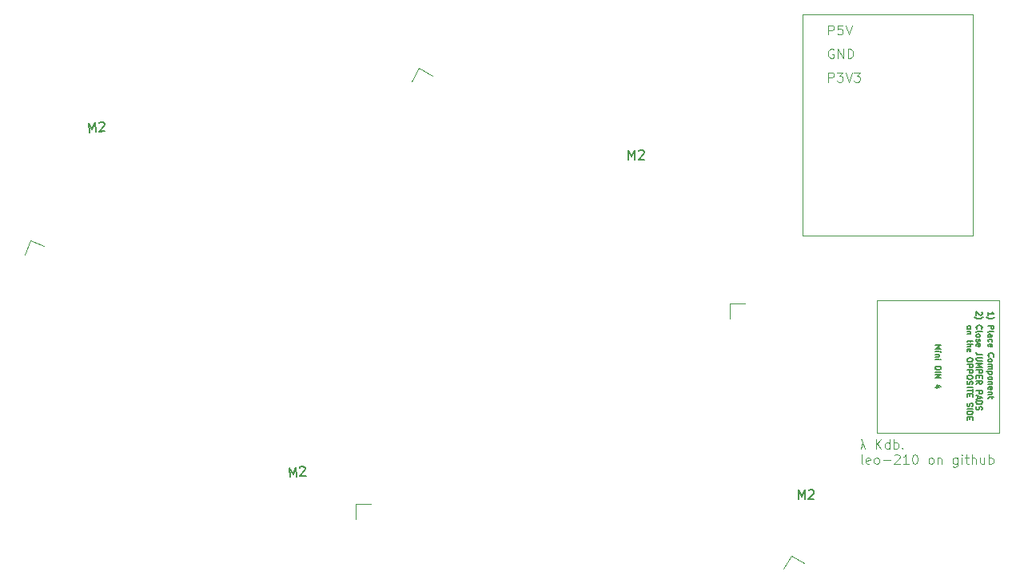
<source format=gbr>
%TF.GenerationSoftware,KiCad,Pcbnew,9.0.3*%
%TF.CreationDate,2025-07-20T18:48:36+02:00*%
%TF.ProjectId,kdb-v1,6b64622d-7631-42e6-9b69-6361645f7063,v1.0.0*%
%TF.SameCoordinates,Original*%
%TF.FileFunction,Legend,Top*%
%TF.FilePolarity,Positive*%
%FSLAX46Y46*%
G04 Gerber Fmt 4.6, Leading zero omitted, Abs format (unit mm)*
G04 Created by KiCad (PCBNEW 9.0.3) date 2025-07-20 18:48:36*
%MOMM*%
%LPD*%
G01*
G04 APERTURE LIST*
%ADD10C,0.150000*%
%ADD11C,0.125000*%
%ADD12C,0.120000*%
%ADD13C,0.100000*%
G04 APERTURE END LIST*
D10*
X107533836Y-58236510D02*
X107446681Y-57240316D01*
X107446681Y-57240316D02*
X107841000Y-57922831D01*
X107841000Y-57922831D02*
X108110810Y-57182212D01*
X108110810Y-57182212D02*
X108197966Y-58178407D01*
X108546051Y-57239735D02*
X108589339Y-57188147D01*
X108589339Y-57188147D02*
X108680064Y-57132409D01*
X108680064Y-57132409D02*
X108917254Y-57111657D01*
X108917254Y-57111657D02*
X109016280Y-57150795D01*
X109016280Y-57150795D02*
X109067868Y-57194082D01*
X109067868Y-57194082D02*
X109123606Y-57284808D01*
X109123606Y-57284808D02*
X109131907Y-57379683D01*
X109131907Y-57379683D02*
X109096920Y-57526147D01*
X109096920Y-57526147D02*
X108577469Y-58145204D01*
X108577469Y-58145204D02*
X109194161Y-58091251D01*
X164638341Y-61097229D02*
X164638341Y-60097229D01*
X164638341Y-60097229D02*
X164971674Y-60811514D01*
X164971674Y-60811514D02*
X165305007Y-60097229D01*
X165305007Y-60097229D02*
X165305007Y-61097229D01*
X165733579Y-60192467D02*
X165781198Y-60144848D01*
X165781198Y-60144848D02*
X165876436Y-60097229D01*
X165876436Y-60097229D02*
X166114531Y-60097229D01*
X166114531Y-60097229D02*
X166209769Y-60144848D01*
X166209769Y-60144848D02*
X166257388Y-60192467D01*
X166257388Y-60192467D02*
X166305007Y-60287705D01*
X166305007Y-60287705D02*
X166305007Y-60382943D01*
X166305007Y-60382943D02*
X166257388Y-60525800D01*
X166257388Y-60525800D02*
X165685960Y-61097229D01*
X165685960Y-61097229D02*
X166305007Y-61097229D01*
D11*
X185820331Y-47871119D02*
X185820331Y-46871119D01*
X185820331Y-46871119D02*
X186201283Y-46871119D01*
X186201283Y-46871119D02*
X186296521Y-46918738D01*
X186296521Y-46918738D02*
X186344140Y-46966357D01*
X186344140Y-46966357D02*
X186391759Y-47061595D01*
X186391759Y-47061595D02*
X186391759Y-47204452D01*
X186391759Y-47204452D02*
X186344140Y-47299690D01*
X186344140Y-47299690D02*
X186296521Y-47347309D01*
X186296521Y-47347309D02*
X186201283Y-47394928D01*
X186201283Y-47394928D02*
X185820331Y-47394928D01*
X187296521Y-46871119D02*
X186820331Y-46871119D01*
X186820331Y-46871119D02*
X186772712Y-47347309D01*
X186772712Y-47347309D02*
X186820331Y-47299690D01*
X186820331Y-47299690D02*
X186915569Y-47252071D01*
X186915569Y-47252071D02*
X187153664Y-47252071D01*
X187153664Y-47252071D02*
X187248902Y-47299690D01*
X187248902Y-47299690D02*
X187296521Y-47347309D01*
X187296521Y-47347309D02*
X187344140Y-47442547D01*
X187344140Y-47442547D02*
X187344140Y-47680642D01*
X187344140Y-47680642D02*
X187296521Y-47775880D01*
X187296521Y-47775880D02*
X187248902Y-47823500D01*
X187248902Y-47823500D02*
X187153664Y-47871119D01*
X187153664Y-47871119D02*
X186915569Y-47871119D01*
X186915569Y-47871119D02*
X186820331Y-47823500D01*
X186820331Y-47823500D02*
X186772712Y-47775880D01*
X187629855Y-46871119D02*
X187963188Y-47871119D01*
X187963188Y-47871119D02*
X188296521Y-46871119D01*
X189463188Y-91094508D02*
X189225093Y-91761175D01*
X189225093Y-90761175D02*
X189320331Y-90761175D01*
X189320331Y-90761175D02*
X189367950Y-90808794D01*
X189367950Y-90808794D02*
X189463188Y-91094508D01*
X189463188Y-91094508D02*
X189701283Y-91761175D01*
X190844141Y-91761175D02*
X190844141Y-90761175D01*
X191415569Y-91761175D02*
X190986998Y-91189746D01*
X191415569Y-90761175D02*
X190844141Y-91332603D01*
X192272712Y-91761175D02*
X192272712Y-90761175D01*
X192272712Y-91713556D02*
X192177474Y-91761175D01*
X192177474Y-91761175D02*
X191986998Y-91761175D01*
X191986998Y-91761175D02*
X191891760Y-91713556D01*
X191891760Y-91713556D02*
X191844141Y-91665936D01*
X191844141Y-91665936D02*
X191796522Y-91570698D01*
X191796522Y-91570698D02*
X191796522Y-91284984D01*
X191796522Y-91284984D02*
X191844141Y-91189746D01*
X191844141Y-91189746D02*
X191891760Y-91142127D01*
X191891760Y-91142127D02*
X191986998Y-91094508D01*
X191986998Y-91094508D02*
X192177474Y-91094508D01*
X192177474Y-91094508D02*
X192272712Y-91142127D01*
X192748903Y-91761175D02*
X192748903Y-90761175D01*
X192748903Y-91142127D02*
X192844141Y-91094508D01*
X192844141Y-91094508D02*
X193034617Y-91094508D01*
X193034617Y-91094508D02*
X193129855Y-91142127D01*
X193129855Y-91142127D02*
X193177474Y-91189746D01*
X193177474Y-91189746D02*
X193225093Y-91284984D01*
X193225093Y-91284984D02*
X193225093Y-91570698D01*
X193225093Y-91570698D02*
X193177474Y-91665936D01*
X193177474Y-91665936D02*
X193129855Y-91713556D01*
X193129855Y-91713556D02*
X193034617Y-91761175D01*
X193034617Y-91761175D02*
X192844141Y-91761175D01*
X192844141Y-91761175D02*
X192748903Y-91713556D01*
X193653665Y-91665936D02*
X193701284Y-91713556D01*
X193701284Y-91713556D02*
X193653665Y-91761175D01*
X193653665Y-91761175D02*
X193606046Y-91713556D01*
X193606046Y-91713556D02*
X193653665Y-91665936D01*
X193653665Y-91665936D02*
X193653665Y-91761175D01*
X189463188Y-93371119D02*
X189367950Y-93323500D01*
X189367950Y-93323500D02*
X189320331Y-93228261D01*
X189320331Y-93228261D02*
X189320331Y-92371119D01*
X190225093Y-93323500D02*
X190129855Y-93371119D01*
X190129855Y-93371119D02*
X189939379Y-93371119D01*
X189939379Y-93371119D02*
X189844141Y-93323500D01*
X189844141Y-93323500D02*
X189796522Y-93228261D01*
X189796522Y-93228261D02*
X189796522Y-92847309D01*
X189796522Y-92847309D02*
X189844141Y-92752071D01*
X189844141Y-92752071D02*
X189939379Y-92704452D01*
X189939379Y-92704452D02*
X190129855Y-92704452D01*
X190129855Y-92704452D02*
X190225093Y-92752071D01*
X190225093Y-92752071D02*
X190272712Y-92847309D01*
X190272712Y-92847309D02*
X190272712Y-92942547D01*
X190272712Y-92942547D02*
X189796522Y-93037785D01*
X190844141Y-93371119D02*
X190748903Y-93323500D01*
X190748903Y-93323500D02*
X190701284Y-93275880D01*
X190701284Y-93275880D02*
X190653665Y-93180642D01*
X190653665Y-93180642D02*
X190653665Y-92894928D01*
X190653665Y-92894928D02*
X190701284Y-92799690D01*
X190701284Y-92799690D02*
X190748903Y-92752071D01*
X190748903Y-92752071D02*
X190844141Y-92704452D01*
X190844141Y-92704452D02*
X190986998Y-92704452D01*
X190986998Y-92704452D02*
X191082236Y-92752071D01*
X191082236Y-92752071D02*
X191129855Y-92799690D01*
X191129855Y-92799690D02*
X191177474Y-92894928D01*
X191177474Y-92894928D02*
X191177474Y-93180642D01*
X191177474Y-93180642D02*
X191129855Y-93275880D01*
X191129855Y-93275880D02*
X191082236Y-93323500D01*
X191082236Y-93323500D02*
X190986998Y-93371119D01*
X190986998Y-93371119D02*
X190844141Y-93371119D01*
X191606046Y-92990166D02*
X192367951Y-92990166D01*
X192796522Y-92466357D02*
X192844141Y-92418738D01*
X192844141Y-92418738D02*
X192939379Y-92371119D01*
X192939379Y-92371119D02*
X193177474Y-92371119D01*
X193177474Y-92371119D02*
X193272712Y-92418738D01*
X193272712Y-92418738D02*
X193320331Y-92466357D01*
X193320331Y-92466357D02*
X193367950Y-92561595D01*
X193367950Y-92561595D02*
X193367950Y-92656833D01*
X193367950Y-92656833D02*
X193320331Y-92799690D01*
X193320331Y-92799690D02*
X192748903Y-93371119D01*
X192748903Y-93371119D02*
X193367950Y-93371119D01*
X194320331Y-93371119D02*
X193748903Y-93371119D01*
X194034617Y-93371119D02*
X194034617Y-92371119D01*
X194034617Y-92371119D02*
X193939379Y-92513976D01*
X193939379Y-92513976D02*
X193844141Y-92609214D01*
X193844141Y-92609214D02*
X193748903Y-92656833D01*
X194939379Y-92371119D02*
X195034617Y-92371119D01*
X195034617Y-92371119D02*
X195129855Y-92418738D01*
X195129855Y-92418738D02*
X195177474Y-92466357D01*
X195177474Y-92466357D02*
X195225093Y-92561595D01*
X195225093Y-92561595D02*
X195272712Y-92752071D01*
X195272712Y-92752071D02*
X195272712Y-92990166D01*
X195272712Y-92990166D02*
X195225093Y-93180642D01*
X195225093Y-93180642D02*
X195177474Y-93275880D01*
X195177474Y-93275880D02*
X195129855Y-93323500D01*
X195129855Y-93323500D02*
X195034617Y-93371119D01*
X195034617Y-93371119D02*
X194939379Y-93371119D01*
X194939379Y-93371119D02*
X194844141Y-93323500D01*
X194844141Y-93323500D02*
X194796522Y-93275880D01*
X194796522Y-93275880D02*
X194748903Y-93180642D01*
X194748903Y-93180642D02*
X194701284Y-92990166D01*
X194701284Y-92990166D02*
X194701284Y-92752071D01*
X194701284Y-92752071D02*
X194748903Y-92561595D01*
X194748903Y-92561595D02*
X194796522Y-92466357D01*
X194796522Y-92466357D02*
X194844141Y-92418738D01*
X194844141Y-92418738D02*
X194939379Y-92371119D01*
X196606046Y-93371119D02*
X196510808Y-93323500D01*
X196510808Y-93323500D02*
X196463189Y-93275880D01*
X196463189Y-93275880D02*
X196415570Y-93180642D01*
X196415570Y-93180642D02*
X196415570Y-92894928D01*
X196415570Y-92894928D02*
X196463189Y-92799690D01*
X196463189Y-92799690D02*
X196510808Y-92752071D01*
X196510808Y-92752071D02*
X196606046Y-92704452D01*
X196606046Y-92704452D02*
X196748903Y-92704452D01*
X196748903Y-92704452D02*
X196844141Y-92752071D01*
X196844141Y-92752071D02*
X196891760Y-92799690D01*
X196891760Y-92799690D02*
X196939379Y-92894928D01*
X196939379Y-92894928D02*
X196939379Y-93180642D01*
X196939379Y-93180642D02*
X196891760Y-93275880D01*
X196891760Y-93275880D02*
X196844141Y-93323500D01*
X196844141Y-93323500D02*
X196748903Y-93371119D01*
X196748903Y-93371119D02*
X196606046Y-93371119D01*
X197367951Y-92704452D02*
X197367951Y-93371119D01*
X197367951Y-92799690D02*
X197415570Y-92752071D01*
X197415570Y-92752071D02*
X197510808Y-92704452D01*
X197510808Y-92704452D02*
X197653665Y-92704452D01*
X197653665Y-92704452D02*
X197748903Y-92752071D01*
X197748903Y-92752071D02*
X197796522Y-92847309D01*
X197796522Y-92847309D02*
X197796522Y-93371119D01*
X199463189Y-92704452D02*
X199463189Y-93513976D01*
X199463189Y-93513976D02*
X199415570Y-93609214D01*
X199415570Y-93609214D02*
X199367951Y-93656833D01*
X199367951Y-93656833D02*
X199272713Y-93704452D01*
X199272713Y-93704452D02*
X199129856Y-93704452D01*
X199129856Y-93704452D02*
X199034618Y-93656833D01*
X199463189Y-93323500D02*
X199367951Y-93371119D01*
X199367951Y-93371119D02*
X199177475Y-93371119D01*
X199177475Y-93371119D02*
X199082237Y-93323500D01*
X199082237Y-93323500D02*
X199034618Y-93275880D01*
X199034618Y-93275880D02*
X198986999Y-93180642D01*
X198986999Y-93180642D02*
X198986999Y-92894928D01*
X198986999Y-92894928D02*
X199034618Y-92799690D01*
X199034618Y-92799690D02*
X199082237Y-92752071D01*
X199082237Y-92752071D02*
X199177475Y-92704452D01*
X199177475Y-92704452D02*
X199367951Y-92704452D01*
X199367951Y-92704452D02*
X199463189Y-92752071D01*
X199939380Y-93371119D02*
X199939380Y-92704452D01*
X199939380Y-92371119D02*
X199891761Y-92418738D01*
X199891761Y-92418738D02*
X199939380Y-92466357D01*
X199939380Y-92466357D02*
X199986999Y-92418738D01*
X199986999Y-92418738D02*
X199939380Y-92371119D01*
X199939380Y-92371119D02*
X199939380Y-92466357D01*
X200272713Y-92704452D02*
X200653665Y-92704452D01*
X200415570Y-92371119D02*
X200415570Y-93228261D01*
X200415570Y-93228261D02*
X200463189Y-93323500D01*
X200463189Y-93323500D02*
X200558427Y-93371119D01*
X200558427Y-93371119D02*
X200653665Y-93371119D01*
X200986999Y-93371119D02*
X200986999Y-92371119D01*
X201415570Y-93371119D02*
X201415570Y-92847309D01*
X201415570Y-92847309D02*
X201367951Y-92752071D01*
X201367951Y-92752071D02*
X201272713Y-92704452D01*
X201272713Y-92704452D02*
X201129856Y-92704452D01*
X201129856Y-92704452D02*
X201034618Y-92752071D01*
X201034618Y-92752071D02*
X200986999Y-92799690D01*
X202320332Y-92704452D02*
X202320332Y-93371119D01*
X201891761Y-92704452D02*
X201891761Y-93228261D01*
X201891761Y-93228261D02*
X201939380Y-93323500D01*
X201939380Y-93323500D02*
X202034618Y-93371119D01*
X202034618Y-93371119D02*
X202177475Y-93371119D01*
X202177475Y-93371119D02*
X202272713Y-93323500D01*
X202272713Y-93323500D02*
X202320332Y-93275880D01*
X202796523Y-93371119D02*
X202796523Y-92371119D01*
X202796523Y-92752071D02*
X202891761Y-92704452D01*
X202891761Y-92704452D02*
X203082237Y-92704452D01*
X203082237Y-92704452D02*
X203177475Y-92752071D01*
X203177475Y-92752071D02*
X203225094Y-92799690D01*
X203225094Y-92799690D02*
X203272713Y-92894928D01*
X203272713Y-92894928D02*
X203272713Y-93180642D01*
X203272713Y-93180642D02*
X203225094Y-93275880D01*
X203225094Y-93275880D02*
X203177475Y-93323500D01*
X203177475Y-93323500D02*
X203082237Y-93371119D01*
X203082237Y-93371119D02*
X202891761Y-93371119D01*
X202891761Y-93371119D02*
X202796523Y-93323500D01*
X185820331Y-52871119D02*
X185820331Y-51871119D01*
X185820331Y-51871119D02*
X186201283Y-51871119D01*
X186201283Y-51871119D02*
X186296521Y-51918738D01*
X186296521Y-51918738D02*
X186344140Y-51966357D01*
X186344140Y-51966357D02*
X186391759Y-52061595D01*
X186391759Y-52061595D02*
X186391759Y-52204452D01*
X186391759Y-52204452D02*
X186344140Y-52299690D01*
X186344140Y-52299690D02*
X186296521Y-52347309D01*
X186296521Y-52347309D02*
X186201283Y-52394928D01*
X186201283Y-52394928D02*
X185820331Y-52394928D01*
X186725093Y-51871119D02*
X187344140Y-51871119D01*
X187344140Y-51871119D02*
X187010807Y-52252071D01*
X187010807Y-52252071D02*
X187153664Y-52252071D01*
X187153664Y-52252071D02*
X187248902Y-52299690D01*
X187248902Y-52299690D02*
X187296521Y-52347309D01*
X187296521Y-52347309D02*
X187344140Y-52442547D01*
X187344140Y-52442547D02*
X187344140Y-52680642D01*
X187344140Y-52680642D02*
X187296521Y-52775880D01*
X187296521Y-52775880D02*
X187248902Y-52823500D01*
X187248902Y-52823500D02*
X187153664Y-52871119D01*
X187153664Y-52871119D02*
X186867950Y-52871119D01*
X186867950Y-52871119D02*
X186772712Y-52823500D01*
X186772712Y-52823500D02*
X186725093Y-52775880D01*
X187629855Y-51871119D02*
X187963188Y-52871119D01*
X187963188Y-52871119D02*
X188296521Y-51871119D01*
X188534617Y-51871119D02*
X189153664Y-51871119D01*
X189153664Y-51871119D02*
X188820331Y-52252071D01*
X188820331Y-52252071D02*
X188963188Y-52252071D01*
X188963188Y-52252071D02*
X189058426Y-52299690D01*
X189058426Y-52299690D02*
X189106045Y-52347309D01*
X189106045Y-52347309D02*
X189153664Y-52442547D01*
X189153664Y-52442547D02*
X189153664Y-52680642D01*
X189153664Y-52680642D02*
X189106045Y-52775880D01*
X189106045Y-52775880D02*
X189058426Y-52823500D01*
X189058426Y-52823500D02*
X188963188Y-52871119D01*
X188963188Y-52871119D02*
X188677474Y-52871119D01*
X188677474Y-52871119D02*
X188582236Y-52823500D01*
X188582236Y-52823500D02*
X188534617Y-52775880D01*
X186344140Y-49418738D02*
X186248902Y-49371119D01*
X186248902Y-49371119D02*
X186106045Y-49371119D01*
X186106045Y-49371119D02*
X185963188Y-49418738D01*
X185963188Y-49418738D02*
X185867950Y-49513976D01*
X185867950Y-49513976D02*
X185820331Y-49609214D01*
X185820331Y-49609214D02*
X185772712Y-49799690D01*
X185772712Y-49799690D02*
X185772712Y-49942547D01*
X185772712Y-49942547D02*
X185820331Y-50133023D01*
X185820331Y-50133023D02*
X185867950Y-50228261D01*
X185867950Y-50228261D02*
X185963188Y-50323500D01*
X185963188Y-50323500D02*
X186106045Y-50371119D01*
X186106045Y-50371119D02*
X186201283Y-50371119D01*
X186201283Y-50371119D02*
X186344140Y-50323500D01*
X186344140Y-50323500D02*
X186391759Y-50275880D01*
X186391759Y-50275880D02*
X186391759Y-49942547D01*
X186391759Y-49942547D02*
X186201283Y-49942547D01*
X186820331Y-50371119D02*
X186820331Y-49371119D01*
X186820331Y-49371119D02*
X187391759Y-50371119D01*
X187391759Y-50371119D02*
X187391759Y-49371119D01*
X187867950Y-50371119D02*
X187867950Y-49371119D01*
X187867950Y-49371119D02*
X188106045Y-49371119D01*
X188106045Y-49371119D02*
X188248902Y-49418738D01*
X188248902Y-49418738D02*
X188344140Y-49513976D01*
X188344140Y-49513976D02*
X188391759Y-49609214D01*
X188391759Y-49609214D02*
X188439378Y-49799690D01*
X188439378Y-49799690D02*
X188439378Y-49942547D01*
X188439378Y-49942547D02*
X188391759Y-50133023D01*
X188391759Y-50133023D02*
X188344140Y-50228261D01*
X188344140Y-50228261D02*
X188248902Y-50323500D01*
X188248902Y-50323500D02*
X188106045Y-50371119D01*
X188106045Y-50371119D02*
X187867950Y-50371119D01*
D10*
X128799047Y-94772154D02*
X128711892Y-93775960D01*
X128711892Y-93775960D02*
X129106211Y-94458475D01*
X129106211Y-94458475D02*
X129376021Y-93717856D01*
X129376021Y-93717856D02*
X129463177Y-94714051D01*
X129811262Y-93775379D02*
X129854550Y-93723791D01*
X129854550Y-93723791D02*
X129945275Y-93668053D01*
X129945275Y-93668053D02*
X130182465Y-93647301D01*
X130182465Y-93647301D02*
X130281491Y-93686439D01*
X130281491Y-93686439D02*
X130333079Y-93729726D01*
X130333079Y-93729726D02*
X130388817Y-93820452D01*
X130388817Y-93820452D02*
X130397118Y-93915327D01*
X130397118Y-93915327D02*
X130362131Y-94061791D01*
X130362131Y-94061791D02*
X129842680Y-94680848D01*
X129842680Y-94680848D02*
X130459372Y-94626895D01*
X182638341Y-97097229D02*
X182638341Y-96097229D01*
X182638341Y-96097229D02*
X182971674Y-96811514D01*
X182971674Y-96811514D02*
X183305007Y-96097229D01*
X183305007Y-96097229D02*
X183305007Y-97097229D01*
X183733579Y-96192467D02*
X183781198Y-96144848D01*
X183781198Y-96144848D02*
X183876436Y-96097229D01*
X183876436Y-96097229D02*
X184114531Y-96097229D01*
X184114531Y-96097229D02*
X184209769Y-96144848D01*
X184209769Y-96144848D02*
X184257388Y-96192467D01*
X184257388Y-96192467D02*
X184305007Y-96287705D01*
X184305007Y-96287705D02*
X184305007Y-96382943D01*
X184305007Y-96382943D02*
X184257388Y-96525800D01*
X184257388Y-96525800D02*
X183685960Y-97097229D01*
X183685960Y-97097229D02*
X184305007Y-97097229D01*
X197138093Y-80785268D02*
X197738093Y-80785268D01*
X197738093Y-80785268D02*
X197309522Y-80985268D01*
X197309522Y-80985268D02*
X197738093Y-81185268D01*
X197738093Y-81185268D02*
X197138093Y-81185268D01*
X197138093Y-81470982D02*
X197538093Y-81470982D01*
X197738093Y-81470982D02*
X197709522Y-81442410D01*
X197709522Y-81442410D02*
X197680950Y-81470982D01*
X197680950Y-81470982D02*
X197709522Y-81499553D01*
X197709522Y-81499553D02*
X197738093Y-81470982D01*
X197738093Y-81470982D02*
X197680950Y-81470982D01*
X197538093Y-81756696D02*
X197138093Y-81756696D01*
X197480950Y-81756696D02*
X197509522Y-81785267D01*
X197509522Y-81785267D02*
X197538093Y-81842410D01*
X197538093Y-81842410D02*
X197538093Y-81928124D01*
X197538093Y-81928124D02*
X197509522Y-81985267D01*
X197509522Y-81985267D02*
X197452379Y-82013839D01*
X197452379Y-82013839D02*
X197138093Y-82013839D01*
X197138093Y-82299553D02*
X197538093Y-82299553D01*
X197738093Y-82299553D02*
X197709522Y-82270981D01*
X197709522Y-82270981D02*
X197680950Y-82299553D01*
X197680950Y-82299553D02*
X197709522Y-82328124D01*
X197709522Y-82328124D02*
X197738093Y-82299553D01*
X197738093Y-82299553D02*
X197680950Y-82299553D01*
X197138093Y-83042410D02*
X197738093Y-83042410D01*
X197738093Y-83042410D02*
X197738093Y-83185267D01*
X197738093Y-83185267D02*
X197709522Y-83270981D01*
X197709522Y-83270981D02*
X197652379Y-83328124D01*
X197652379Y-83328124D02*
X197595236Y-83356695D01*
X197595236Y-83356695D02*
X197480950Y-83385267D01*
X197480950Y-83385267D02*
X197395236Y-83385267D01*
X197395236Y-83385267D02*
X197280950Y-83356695D01*
X197280950Y-83356695D02*
X197223807Y-83328124D01*
X197223807Y-83328124D02*
X197166665Y-83270981D01*
X197166665Y-83270981D02*
X197138093Y-83185267D01*
X197138093Y-83185267D02*
X197138093Y-83042410D01*
X197138093Y-83642410D02*
X197738093Y-83642410D01*
X197138093Y-83928124D02*
X197738093Y-83928124D01*
X197738093Y-83928124D02*
X197138093Y-84270981D01*
X197138093Y-84270981D02*
X197738093Y-84270981D01*
X197538093Y-85270981D02*
X197138093Y-85270981D01*
X197766665Y-85128123D02*
X197338093Y-84985266D01*
X197338093Y-84985266D02*
X197338093Y-85356695D01*
X202031950Y-77255379D02*
X202060522Y-77283951D01*
X202060522Y-77283951D02*
X202089093Y-77341094D01*
X202089093Y-77341094D02*
X202089093Y-77483951D01*
X202089093Y-77483951D02*
X202060522Y-77541094D01*
X202060522Y-77541094D02*
X202031950Y-77569665D01*
X202031950Y-77569665D02*
X201974807Y-77598236D01*
X201974807Y-77598236D02*
X201917665Y-77598236D01*
X201917665Y-77598236D02*
X201831950Y-77569665D01*
X201831950Y-77569665D02*
X201489093Y-77226808D01*
X201489093Y-77226808D02*
X201489093Y-77598236D01*
X201260522Y-77798237D02*
X201289093Y-77826808D01*
X201289093Y-77826808D02*
X201374807Y-77883951D01*
X201374807Y-77883951D02*
X201431950Y-77912523D01*
X201431950Y-77912523D02*
X201517665Y-77941094D01*
X201517665Y-77941094D02*
X201660522Y-77969665D01*
X201660522Y-77969665D02*
X201774807Y-77969665D01*
X201774807Y-77969665D02*
X201917665Y-77941094D01*
X201917665Y-77941094D02*
X202003379Y-77912523D01*
X202003379Y-77912523D02*
X202060522Y-77883951D01*
X202060522Y-77883951D02*
X202146236Y-77826808D01*
X202146236Y-77826808D02*
X202174807Y-77798237D01*
X201546236Y-79055380D02*
X201517665Y-79026808D01*
X201517665Y-79026808D02*
X201489093Y-78941094D01*
X201489093Y-78941094D02*
X201489093Y-78883951D01*
X201489093Y-78883951D02*
X201517665Y-78798237D01*
X201517665Y-78798237D02*
X201574807Y-78741094D01*
X201574807Y-78741094D02*
X201631950Y-78712523D01*
X201631950Y-78712523D02*
X201746236Y-78683951D01*
X201746236Y-78683951D02*
X201831950Y-78683951D01*
X201831950Y-78683951D02*
X201946236Y-78712523D01*
X201946236Y-78712523D02*
X202003379Y-78741094D01*
X202003379Y-78741094D02*
X202060522Y-78798237D01*
X202060522Y-78798237D02*
X202089093Y-78883951D01*
X202089093Y-78883951D02*
X202089093Y-78941094D01*
X202089093Y-78941094D02*
X202060522Y-79026808D01*
X202060522Y-79026808D02*
X202031950Y-79055380D01*
X201489093Y-79398237D02*
X201517665Y-79341094D01*
X201517665Y-79341094D02*
X201574807Y-79312523D01*
X201574807Y-79312523D02*
X202089093Y-79312523D01*
X201489093Y-79712523D02*
X201517665Y-79655380D01*
X201517665Y-79655380D02*
X201546236Y-79626809D01*
X201546236Y-79626809D02*
X201603379Y-79598237D01*
X201603379Y-79598237D02*
X201774807Y-79598237D01*
X201774807Y-79598237D02*
X201831950Y-79626809D01*
X201831950Y-79626809D02*
X201860522Y-79655380D01*
X201860522Y-79655380D02*
X201889093Y-79712523D01*
X201889093Y-79712523D02*
X201889093Y-79798237D01*
X201889093Y-79798237D02*
X201860522Y-79855380D01*
X201860522Y-79855380D02*
X201831950Y-79883952D01*
X201831950Y-79883952D02*
X201774807Y-79912523D01*
X201774807Y-79912523D02*
X201603379Y-79912523D01*
X201603379Y-79912523D02*
X201546236Y-79883952D01*
X201546236Y-79883952D02*
X201517665Y-79855380D01*
X201517665Y-79855380D02*
X201489093Y-79798237D01*
X201489093Y-79798237D02*
X201489093Y-79712523D01*
X201517665Y-80141094D02*
X201489093Y-80198237D01*
X201489093Y-80198237D02*
X201489093Y-80312523D01*
X201489093Y-80312523D02*
X201517665Y-80369666D01*
X201517665Y-80369666D02*
X201574807Y-80398237D01*
X201574807Y-80398237D02*
X201603379Y-80398237D01*
X201603379Y-80398237D02*
X201660522Y-80369666D01*
X201660522Y-80369666D02*
X201689093Y-80312523D01*
X201689093Y-80312523D02*
X201689093Y-80226809D01*
X201689093Y-80226809D02*
X201717665Y-80169666D01*
X201717665Y-80169666D02*
X201774807Y-80141094D01*
X201774807Y-80141094D02*
X201803379Y-80141094D01*
X201803379Y-80141094D02*
X201860522Y-80169666D01*
X201860522Y-80169666D02*
X201889093Y-80226809D01*
X201889093Y-80226809D02*
X201889093Y-80312523D01*
X201889093Y-80312523D02*
X201860522Y-80369666D01*
X201517665Y-80883951D02*
X201489093Y-80826808D01*
X201489093Y-80826808D02*
X201489093Y-80712523D01*
X201489093Y-80712523D02*
X201517665Y-80655380D01*
X201517665Y-80655380D02*
X201574807Y-80626808D01*
X201574807Y-80626808D02*
X201803379Y-80626808D01*
X201803379Y-80626808D02*
X201860522Y-80655380D01*
X201860522Y-80655380D02*
X201889093Y-80712523D01*
X201889093Y-80712523D02*
X201889093Y-80826808D01*
X201889093Y-80826808D02*
X201860522Y-80883951D01*
X201860522Y-80883951D02*
X201803379Y-80912523D01*
X201803379Y-80912523D02*
X201746236Y-80912523D01*
X201746236Y-80912523D02*
X201689093Y-80626808D01*
X202089093Y-81798237D02*
X201660522Y-81798237D01*
X201660522Y-81798237D02*
X201574807Y-81769666D01*
X201574807Y-81769666D02*
X201517665Y-81712523D01*
X201517665Y-81712523D02*
X201489093Y-81626809D01*
X201489093Y-81626809D02*
X201489093Y-81569666D01*
X202089093Y-82083952D02*
X201603379Y-82083952D01*
X201603379Y-82083952D02*
X201546236Y-82112523D01*
X201546236Y-82112523D02*
X201517665Y-82141095D01*
X201517665Y-82141095D02*
X201489093Y-82198237D01*
X201489093Y-82198237D02*
X201489093Y-82312523D01*
X201489093Y-82312523D02*
X201517665Y-82369666D01*
X201517665Y-82369666D02*
X201546236Y-82398237D01*
X201546236Y-82398237D02*
X201603379Y-82426809D01*
X201603379Y-82426809D02*
X202089093Y-82426809D01*
X201489093Y-82712523D02*
X202089093Y-82712523D01*
X202089093Y-82712523D02*
X201660522Y-82912523D01*
X201660522Y-82912523D02*
X202089093Y-83112523D01*
X202089093Y-83112523D02*
X201489093Y-83112523D01*
X201489093Y-83398237D02*
X202089093Y-83398237D01*
X202089093Y-83398237D02*
X202089093Y-83626808D01*
X202089093Y-83626808D02*
X202060522Y-83683951D01*
X202060522Y-83683951D02*
X202031950Y-83712522D01*
X202031950Y-83712522D02*
X201974807Y-83741094D01*
X201974807Y-83741094D02*
X201889093Y-83741094D01*
X201889093Y-83741094D02*
X201831950Y-83712522D01*
X201831950Y-83712522D02*
X201803379Y-83683951D01*
X201803379Y-83683951D02*
X201774807Y-83626808D01*
X201774807Y-83626808D02*
X201774807Y-83398237D01*
X201803379Y-83998237D02*
X201803379Y-84198237D01*
X201489093Y-84283951D02*
X201489093Y-83998237D01*
X201489093Y-83998237D02*
X202089093Y-83998237D01*
X202089093Y-83998237D02*
X202089093Y-84283951D01*
X201489093Y-84883951D02*
X201774807Y-84683951D01*
X201489093Y-84541094D02*
X202089093Y-84541094D01*
X202089093Y-84541094D02*
X202089093Y-84769665D01*
X202089093Y-84769665D02*
X202060522Y-84826808D01*
X202060522Y-84826808D02*
X202031950Y-84855379D01*
X202031950Y-84855379D02*
X201974807Y-84883951D01*
X201974807Y-84883951D02*
X201889093Y-84883951D01*
X201889093Y-84883951D02*
X201831950Y-84855379D01*
X201831950Y-84855379D02*
X201803379Y-84826808D01*
X201803379Y-84826808D02*
X201774807Y-84769665D01*
X201774807Y-84769665D02*
X201774807Y-84541094D01*
X201489093Y-85598237D02*
X202089093Y-85598237D01*
X202089093Y-85598237D02*
X202089093Y-85826808D01*
X202089093Y-85826808D02*
X202060522Y-85883951D01*
X202060522Y-85883951D02*
X202031950Y-85912522D01*
X202031950Y-85912522D02*
X201974807Y-85941094D01*
X201974807Y-85941094D02*
X201889093Y-85941094D01*
X201889093Y-85941094D02*
X201831950Y-85912522D01*
X201831950Y-85912522D02*
X201803379Y-85883951D01*
X201803379Y-85883951D02*
X201774807Y-85826808D01*
X201774807Y-85826808D02*
X201774807Y-85598237D01*
X201660522Y-86169665D02*
X201660522Y-86455380D01*
X201489093Y-86112522D02*
X202089093Y-86312522D01*
X202089093Y-86312522D02*
X201489093Y-86512522D01*
X201489093Y-86712523D02*
X202089093Y-86712523D01*
X202089093Y-86712523D02*
X202089093Y-86855380D01*
X202089093Y-86855380D02*
X202060522Y-86941094D01*
X202060522Y-86941094D02*
X202003379Y-86998237D01*
X202003379Y-86998237D02*
X201946236Y-87026808D01*
X201946236Y-87026808D02*
X201831950Y-87055380D01*
X201831950Y-87055380D02*
X201746236Y-87055380D01*
X201746236Y-87055380D02*
X201631950Y-87026808D01*
X201631950Y-87026808D02*
X201574807Y-86998237D01*
X201574807Y-86998237D02*
X201517665Y-86941094D01*
X201517665Y-86941094D02*
X201489093Y-86855380D01*
X201489093Y-86855380D02*
X201489093Y-86712523D01*
X201517665Y-87283951D02*
X201489093Y-87369666D01*
X201489093Y-87369666D02*
X201489093Y-87512523D01*
X201489093Y-87512523D02*
X201517665Y-87569666D01*
X201517665Y-87569666D02*
X201546236Y-87598237D01*
X201546236Y-87598237D02*
X201603379Y-87626808D01*
X201603379Y-87626808D02*
X201660522Y-87626808D01*
X201660522Y-87626808D02*
X201717665Y-87598237D01*
X201717665Y-87598237D02*
X201746236Y-87569666D01*
X201746236Y-87569666D02*
X201774807Y-87512523D01*
X201774807Y-87512523D02*
X201803379Y-87398237D01*
X201803379Y-87398237D02*
X201831950Y-87341094D01*
X201831950Y-87341094D02*
X201860522Y-87312523D01*
X201860522Y-87312523D02*
X201917665Y-87283951D01*
X201917665Y-87283951D02*
X201974807Y-87283951D01*
X201974807Y-87283951D02*
X202031950Y-87312523D01*
X202031950Y-87312523D02*
X202060522Y-87341094D01*
X202060522Y-87341094D02*
X202089093Y-87398237D01*
X202089093Y-87398237D02*
X202089093Y-87541094D01*
X202089093Y-87541094D02*
X202060522Y-87626808D01*
X202739093Y-77598236D02*
X202739093Y-77255379D01*
X202739093Y-77426808D02*
X203339093Y-77426808D01*
X203339093Y-77426808D02*
X203253379Y-77369665D01*
X203253379Y-77369665D02*
X203196236Y-77312522D01*
X203196236Y-77312522D02*
X203167665Y-77255379D01*
X202510522Y-77798237D02*
X202539093Y-77826808D01*
X202539093Y-77826808D02*
X202624807Y-77883951D01*
X202624807Y-77883951D02*
X202681950Y-77912523D01*
X202681950Y-77912523D02*
X202767665Y-77941094D01*
X202767665Y-77941094D02*
X202910522Y-77969665D01*
X202910522Y-77969665D02*
X203024807Y-77969665D01*
X203024807Y-77969665D02*
X203167665Y-77941094D01*
X203167665Y-77941094D02*
X203253379Y-77912523D01*
X203253379Y-77912523D02*
X203310522Y-77883951D01*
X203310522Y-77883951D02*
X203396236Y-77826808D01*
X203396236Y-77826808D02*
X203424807Y-77798237D01*
X202739093Y-78712523D02*
X203339093Y-78712523D01*
X203339093Y-78712523D02*
X203339093Y-78941094D01*
X203339093Y-78941094D02*
X203310522Y-78998237D01*
X203310522Y-78998237D02*
X203281950Y-79026808D01*
X203281950Y-79026808D02*
X203224807Y-79055380D01*
X203224807Y-79055380D02*
X203139093Y-79055380D01*
X203139093Y-79055380D02*
X203081950Y-79026808D01*
X203081950Y-79026808D02*
X203053379Y-78998237D01*
X203053379Y-78998237D02*
X203024807Y-78941094D01*
X203024807Y-78941094D02*
X203024807Y-78712523D01*
X202739093Y-79398237D02*
X202767665Y-79341094D01*
X202767665Y-79341094D02*
X202824807Y-79312523D01*
X202824807Y-79312523D02*
X203339093Y-79312523D01*
X202739093Y-79883952D02*
X203053379Y-79883952D01*
X203053379Y-79883952D02*
X203110522Y-79855380D01*
X203110522Y-79855380D02*
X203139093Y-79798237D01*
X203139093Y-79798237D02*
X203139093Y-79683952D01*
X203139093Y-79683952D02*
X203110522Y-79626809D01*
X202767665Y-79883952D02*
X202739093Y-79826809D01*
X202739093Y-79826809D02*
X202739093Y-79683952D01*
X202739093Y-79683952D02*
X202767665Y-79626809D01*
X202767665Y-79626809D02*
X202824807Y-79598237D01*
X202824807Y-79598237D02*
X202881950Y-79598237D01*
X202881950Y-79598237D02*
X202939093Y-79626809D01*
X202939093Y-79626809D02*
X202967665Y-79683952D01*
X202967665Y-79683952D02*
X202967665Y-79826809D01*
X202967665Y-79826809D02*
X202996236Y-79883952D01*
X202767665Y-80426809D02*
X202739093Y-80369666D01*
X202739093Y-80369666D02*
X202739093Y-80255380D01*
X202739093Y-80255380D02*
X202767665Y-80198237D01*
X202767665Y-80198237D02*
X202796236Y-80169666D01*
X202796236Y-80169666D02*
X202853379Y-80141094D01*
X202853379Y-80141094D02*
X203024807Y-80141094D01*
X203024807Y-80141094D02*
X203081950Y-80169666D01*
X203081950Y-80169666D02*
X203110522Y-80198237D01*
X203110522Y-80198237D02*
X203139093Y-80255380D01*
X203139093Y-80255380D02*
X203139093Y-80369666D01*
X203139093Y-80369666D02*
X203110522Y-80426809D01*
X202767665Y-80912523D02*
X202739093Y-80855380D01*
X202739093Y-80855380D02*
X202739093Y-80741095D01*
X202739093Y-80741095D02*
X202767665Y-80683952D01*
X202767665Y-80683952D02*
X202824807Y-80655380D01*
X202824807Y-80655380D02*
X203053379Y-80655380D01*
X203053379Y-80655380D02*
X203110522Y-80683952D01*
X203110522Y-80683952D02*
X203139093Y-80741095D01*
X203139093Y-80741095D02*
X203139093Y-80855380D01*
X203139093Y-80855380D02*
X203110522Y-80912523D01*
X203110522Y-80912523D02*
X203053379Y-80941095D01*
X203053379Y-80941095D02*
X202996236Y-80941095D01*
X202996236Y-80941095D02*
X202939093Y-80655380D01*
X202796236Y-81998238D02*
X202767665Y-81969666D01*
X202767665Y-81969666D02*
X202739093Y-81883952D01*
X202739093Y-81883952D02*
X202739093Y-81826809D01*
X202739093Y-81826809D02*
X202767665Y-81741095D01*
X202767665Y-81741095D02*
X202824807Y-81683952D01*
X202824807Y-81683952D02*
X202881950Y-81655381D01*
X202881950Y-81655381D02*
X202996236Y-81626809D01*
X202996236Y-81626809D02*
X203081950Y-81626809D01*
X203081950Y-81626809D02*
X203196236Y-81655381D01*
X203196236Y-81655381D02*
X203253379Y-81683952D01*
X203253379Y-81683952D02*
X203310522Y-81741095D01*
X203310522Y-81741095D02*
X203339093Y-81826809D01*
X203339093Y-81826809D02*
X203339093Y-81883952D01*
X203339093Y-81883952D02*
X203310522Y-81969666D01*
X203310522Y-81969666D02*
X203281950Y-81998238D01*
X202739093Y-82341095D02*
X202767665Y-82283952D01*
X202767665Y-82283952D02*
X202796236Y-82255381D01*
X202796236Y-82255381D02*
X202853379Y-82226809D01*
X202853379Y-82226809D02*
X203024807Y-82226809D01*
X203024807Y-82226809D02*
X203081950Y-82255381D01*
X203081950Y-82255381D02*
X203110522Y-82283952D01*
X203110522Y-82283952D02*
X203139093Y-82341095D01*
X203139093Y-82341095D02*
X203139093Y-82426809D01*
X203139093Y-82426809D02*
X203110522Y-82483952D01*
X203110522Y-82483952D02*
X203081950Y-82512524D01*
X203081950Y-82512524D02*
X203024807Y-82541095D01*
X203024807Y-82541095D02*
X202853379Y-82541095D01*
X202853379Y-82541095D02*
X202796236Y-82512524D01*
X202796236Y-82512524D02*
X202767665Y-82483952D01*
X202767665Y-82483952D02*
X202739093Y-82426809D01*
X202739093Y-82426809D02*
X202739093Y-82341095D01*
X202739093Y-82798238D02*
X203139093Y-82798238D01*
X203081950Y-82798238D02*
X203110522Y-82826809D01*
X203110522Y-82826809D02*
X203139093Y-82883952D01*
X203139093Y-82883952D02*
X203139093Y-82969666D01*
X203139093Y-82969666D02*
X203110522Y-83026809D01*
X203110522Y-83026809D02*
X203053379Y-83055381D01*
X203053379Y-83055381D02*
X202739093Y-83055381D01*
X203053379Y-83055381D02*
X203110522Y-83083952D01*
X203110522Y-83083952D02*
X203139093Y-83141095D01*
X203139093Y-83141095D02*
X203139093Y-83226809D01*
X203139093Y-83226809D02*
X203110522Y-83283952D01*
X203110522Y-83283952D02*
X203053379Y-83312523D01*
X203053379Y-83312523D02*
X202739093Y-83312523D01*
X203139093Y-83598238D02*
X202539093Y-83598238D01*
X203110522Y-83598238D02*
X203139093Y-83655381D01*
X203139093Y-83655381D02*
X203139093Y-83769666D01*
X203139093Y-83769666D02*
X203110522Y-83826809D01*
X203110522Y-83826809D02*
X203081950Y-83855381D01*
X203081950Y-83855381D02*
X203024807Y-83883952D01*
X203024807Y-83883952D02*
X202853379Y-83883952D01*
X202853379Y-83883952D02*
X202796236Y-83855381D01*
X202796236Y-83855381D02*
X202767665Y-83826809D01*
X202767665Y-83826809D02*
X202739093Y-83769666D01*
X202739093Y-83769666D02*
X202739093Y-83655381D01*
X202739093Y-83655381D02*
X202767665Y-83598238D01*
X202739093Y-84226809D02*
X202767665Y-84169666D01*
X202767665Y-84169666D02*
X202796236Y-84141095D01*
X202796236Y-84141095D02*
X202853379Y-84112523D01*
X202853379Y-84112523D02*
X203024807Y-84112523D01*
X203024807Y-84112523D02*
X203081950Y-84141095D01*
X203081950Y-84141095D02*
X203110522Y-84169666D01*
X203110522Y-84169666D02*
X203139093Y-84226809D01*
X203139093Y-84226809D02*
X203139093Y-84312523D01*
X203139093Y-84312523D02*
X203110522Y-84369666D01*
X203110522Y-84369666D02*
X203081950Y-84398238D01*
X203081950Y-84398238D02*
X203024807Y-84426809D01*
X203024807Y-84426809D02*
X202853379Y-84426809D01*
X202853379Y-84426809D02*
X202796236Y-84398238D01*
X202796236Y-84398238D02*
X202767665Y-84369666D01*
X202767665Y-84369666D02*
X202739093Y-84312523D01*
X202739093Y-84312523D02*
X202739093Y-84226809D01*
X203139093Y-84683952D02*
X202739093Y-84683952D01*
X203081950Y-84683952D02*
X203110522Y-84712523D01*
X203110522Y-84712523D02*
X203139093Y-84769666D01*
X203139093Y-84769666D02*
X203139093Y-84855380D01*
X203139093Y-84855380D02*
X203110522Y-84912523D01*
X203110522Y-84912523D02*
X203053379Y-84941095D01*
X203053379Y-84941095D02*
X202739093Y-84941095D01*
X202767665Y-85455380D02*
X202739093Y-85398237D01*
X202739093Y-85398237D02*
X202739093Y-85283952D01*
X202739093Y-85283952D02*
X202767665Y-85226809D01*
X202767665Y-85226809D02*
X202824807Y-85198237D01*
X202824807Y-85198237D02*
X203053379Y-85198237D01*
X203053379Y-85198237D02*
X203110522Y-85226809D01*
X203110522Y-85226809D02*
X203139093Y-85283952D01*
X203139093Y-85283952D02*
X203139093Y-85398237D01*
X203139093Y-85398237D02*
X203110522Y-85455380D01*
X203110522Y-85455380D02*
X203053379Y-85483952D01*
X203053379Y-85483952D02*
X202996236Y-85483952D01*
X202996236Y-85483952D02*
X202939093Y-85198237D01*
X203139093Y-85741095D02*
X202739093Y-85741095D01*
X203081950Y-85741095D02*
X203110522Y-85769666D01*
X203110522Y-85769666D02*
X203139093Y-85826809D01*
X203139093Y-85826809D02*
X203139093Y-85912523D01*
X203139093Y-85912523D02*
X203110522Y-85969666D01*
X203110522Y-85969666D02*
X203053379Y-85998238D01*
X203053379Y-85998238D02*
X202739093Y-85998238D01*
X203139093Y-86198237D02*
X203139093Y-86426809D01*
X203339093Y-86283952D02*
X202824807Y-86283952D01*
X202824807Y-86283952D02*
X202767665Y-86312523D01*
X202767665Y-86312523D02*
X202739093Y-86369666D01*
X202739093Y-86369666D02*
X202739093Y-86426809D01*
X200489093Y-78869665D02*
X200517665Y-78812522D01*
X200517665Y-78812522D02*
X200546236Y-78783951D01*
X200546236Y-78783951D02*
X200603379Y-78755379D01*
X200603379Y-78755379D02*
X200774807Y-78755379D01*
X200774807Y-78755379D02*
X200831950Y-78783951D01*
X200831950Y-78783951D02*
X200860522Y-78812522D01*
X200860522Y-78812522D02*
X200889093Y-78869665D01*
X200889093Y-78869665D02*
X200889093Y-78955379D01*
X200889093Y-78955379D02*
X200860522Y-79012522D01*
X200860522Y-79012522D02*
X200831950Y-79041094D01*
X200831950Y-79041094D02*
X200774807Y-79069665D01*
X200774807Y-79069665D02*
X200603379Y-79069665D01*
X200603379Y-79069665D02*
X200546236Y-79041094D01*
X200546236Y-79041094D02*
X200517665Y-79012522D01*
X200517665Y-79012522D02*
X200489093Y-78955379D01*
X200489093Y-78955379D02*
X200489093Y-78869665D01*
X200889093Y-79326808D02*
X200489093Y-79326808D01*
X200831950Y-79326808D02*
X200860522Y-79355379D01*
X200860522Y-79355379D02*
X200889093Y-79412522D01*
X200889093Y-79412522D02*
X200889093Y-79498236D01*
X200889093Y-79498236D02*
X200860522Y-79555379D01*
X200860522Y-79555379D02*
X200803379Y-79583951D01*
X200803379Y-79583951D02*
X200489093Y-79583951D01*
X200889093Y-80241093D02*
X200889093Y-80469665D01*
X201089093Y-80326808D02*
X200574807Y-80326808D01*
X200574807Y-80326808D02*
X200517665Y-80355379D01*
X200517665Y-80355379D02*
X200489093Y-80412522D01*
X200489093Y-80412522D02*
X200489093Y-80469665D01*
X200489093Y-80669665D02*
X201089093Y-80669665D01*
X200489093Y-80926808D02*
X200803379Y-80926808D01*
X200803379Y-80926808D02*
X200860522Y-80898236D01*
X200860522Y-80898236D02*
X200889093Y-80841093D01*
X200889093Y-80841093D02*
X200889093Y-80755379D01*
X200889093Y-80755379D02*
X200860522Y-80698236D01*
X200860522Y-80698236D02*
X200831950Y-80669665D01*
X200517665Y-81441093D02*
X200489093Y-81383950D01*
X200489093Y-81383950D02*
X200489093Y-81269665D01*
X200489093Y-81269665D02*
X200517665Y-81212522D01*
X200517665Y-81212522D02*
X200574807Y-81183950D01*
X200574807Y-81183950D02*
X200803379Y-81183950D01*
X200803379Y-81183950D02*
X200860522Y-81212522D01*
X200860522Y-81212522D02*
X200889093Y-81269665D01*
X200889093Y-81269665D02*
X200889093Y-81383950D01*
X200889093Y-81383950D02*
X200860522Y-81441093D01*
X200860522Y-81441093D02*
X200803379Y-81469665D01*
X200803379Y-81469665D02*
X200746236Y-81469665D01*
X200746236Y-81469665D02*
X200689093Y-81183950D01*
X201089093Y-82298236D02*
X201089093Y-82412522D01*
X201089093Y-82412522D02*
X201060522Y-82469665D01*
X201060522Y-82469665D02*
X201003379Y-82526808D01*
X201003379Y-82526808D02*
X200889093Y-82555379D01*
X200889093Y-82555379D02*
X200689093Y-82555379D01*
X200689093Y-82555379D02*
X200574807Y-82526808D01*
X200574807Y-82526808D02*
X200517665Y-82469665D01*
X200517665Y-82469665D02*
X200489093Y-82412522D01*
X200489093Y-82412522D02*
X200489093Y-82298236D01*
X200489093Y-82298236D02*
X200517665Y-82241094D01*
X200517665Y-82241094D02*
X200574807Y-82183951D01*
X200574807Y-82183951D02*
X200689093Y-82155379D01*
X200689093Y-82155379D02*
X200889093Y-82155379D01*
X200889093Y-82155379D02*
X201003379Y-82183951D01*
X201003379Y-82183951D02*
X201060522Y-82241094D01*
X201060522Y-82241094D02*
X201089093Y-82298236D01*
X200489093Y-82812522D02*
X201089093Y-82812522D01*
X201089093Y-82812522D02*
X201089093Y-83041093D01*
X201089093Y-83041093D02*
X201060522Y-83098236D01*
X201060522Y-83098236D02*
X201031950Y-83126807D01*
X201031950Y-83126807D02*
X200974807Y-83155379D01*
X200974807Y-83155379D02*
X200889093Y-83155379D01*
X200889093Y-83155379D02*
X200831950Y-83126807D01*
X200831950Y-83126807D02*
X200803379Y-83098236D01*
X200803379Y-83098236D02*
X200774807Y-83041093D01*
X200774807Y-83041093D02*
X200774807Y-82812522D01*
X200489093Y-83412522D02*
X201089093Y-83412522D01*
X201089093Y-83412522D02*
X201089093Y-83641093D01*
X201089093Y-83641093D02*
X201060522Y-83698236D01*
X201060522Y-83698236D02*
X201031950Y-83726807D01*
X201031950Y-83726807D02*
X200974807Y-83755379D01*
X200974807Y-83755379D02*
X200889093Y-83755379D01*
X200889093Y-83755379D02*
X200831950Y-83726807D01*
X200831950Y-83726807D02*
X200803379Y-83698236D01*
X200803379Y-83698236D02*
X200774807Y-83641093D01*
X200774807Y-83641093D02*
X200774807Y-83412522D01*
X201089093Y-84126807D02*
X201089093Y-84241093D01*
X201089093Y-84241093D02*
X201060522Y-84298236D01*
X201060522Y-84298236D02*
X201003379Y-84355379D01*
X201003379Y-84355379D02*
X200889093Y-84383950D01*
X200889093Y-84383950D02*
X200689093Y-84383950D01*
X200689093Y-84383950D02*
X200574807Y-84355379D01*
X200574807Y-84355379D02*
X200517665Y-84298236D01*
X200517665Y-84298236D02*
X200489093Y-84241093D01*
X200489093Y-84241093D02*
X200489093Y-84126807D01*
X200489093Y-84126807D02*
X200517665Y-84069665D01*
X200517665Y-84069665D02*
X200574807Y-84012522D01*
X200574807Y-84012522D02*
X200689093Y-83983950D01*
X200689093Y-83983950D02*
X200889093Y-83983950D01*
X200889093Y-83983950D02*
X201003379Y-84012522D01*
X201003379Y-84012522D02*
X201060522Y-84069665D01*
X201060522Y-84069665D02*
X201089093Y-84126807D01*
X200517665Y-84612521D02*
X200489093Y-84698236D01*
X200489093Y-84698236D02*
X200489093Y-84841093D01*
X200489093Y-84841093D02*
X200517665Y-84898236D01*
X200517665Y-84898236D02*
X200546236Y-84926807D01*
X200546236Y-84926807D02*
X200603379Y-84955378D01*
X200603379Y-84955378D02*
X200660522Y-84955378D01*
X200660522Y-84955378D02*
X200717665Y-84926807D01*
X200717665Y-84926807D02*
X200746236Y-84898236D01*
X200746236Y-84898236D02*
X200774807Y-84841093D01*
X200774807Y-84841093D02*
X200803379Y-84726807D01*
X200803379Y-84726807D02*
X200831950Y-84669664D01*
X200831950Y-84669664D02*
X200860522Y-84641093D01*
X200860522Y-84641093D02*
X200917665Y-84612521D01*
X200917665Y-84612521D02*
X200974807Y-84612521D01*
X200974807Y-84612521D02*
X201031950Y-84641093D01*
X201031950Y-84641093D02*
X201060522Y-84669664D01*
X201060522Y-84669664D02*
X201089093Y-84726807D01*
X201089093Y-84726807D02*
X201089093Y-84869664D01*
X201089093Y-84869664D02*
X201060522Y-84955378D01*
X200489093Y-85212522D02*
X201089093Y-85212522D01*
X201089093Y-85412521D02*
X201089093Y-85755379D01*
X200489093Y-85583950D02*
X201089093Y-85583950D01*
X200803379Y-85955379D02*
X200803379Y-86155379D01*
X200489093Y-86241093D02*
X200489093Y-85955379D01*
X200489093Y-85955379D02*
X201089093Y-85955379D01*
X201089093Y-85955379D02*
X201089093Y-86241093D01*
X200517665Y-86926807D02*
X200489093Y-87012522D01*
X200489093Y-87012522D02*
X200489093Y-87155379D01*
X200489093Y-87155379D02*
X200517665Y-87212522D01*
X200517665Y-87212522D02*
X200546236Y-87241093D01*
X200546236Y-87241093D02*
X200603379Y-87269664D01*
X200603379Y-87269664D02*
X200660522Y-87269664D01*
X200660522Y-87269664D02*
X200717665Y-87241093D01*
X200717665Y-87241093D02*
X200746236Y-87212522D01*
X200746236Y-87212522D02*
X200774807Y-87155379D01*
X200774807Y-87155379D02*
X200803379Y-87041093D01*
X200803379Y-87041093D02*
X200831950Y-86983950D01*
X200831950Y-86983950D02*
X200860522Y-86955379D01*
X200860522Y-86955379D02*
X200917665Y-86926807D01*
X200917665Y-86926807D02*
X200974807Y-86926807D01*
X200974807Y-86926807D02*
X201031950Y-86955379D01*
X201031950Y-86955379D02*
X201060522Y-86983950D01*
X201060522Y-86983950D02*
X201089093Y-87041093D01*
X201089093Y-87041093D02*
X201089093Y-87183950D01*
X201089093Y-87183950D02*
X201060522Y-87269664D01*
X200489093Y-87526808D02*
X201089093Y-87526808D01*
X200489093Y-87812522D02*
X201089093Y-87812522D01*
X201089093Y-87812522D02*
X201089093Y-87955379D01*
X201089093Y-87955379D02*
X201060522Y-88041093D01*
X201060522Y-88041093D02*
X201003379Y-88098236D01*
X201003379Y-88098236D02*
X200946236Y-88126807D01*
X200946236Y-88126807D02*
X200831950Y-88155379D01*
X200831950Y-88155379D02*
X200746236Y-88155379D01*
X200746236Y-88155379D02*
X200631950Y-88126807D01*
X200631950Y-88126807D02*
X200574807Y-88098236D01*
X200574807Y-88098236D02*
X200517665Y-88041093D01*
X200517665Y-88041093D02*
X200489093Y-87955379D01*
X200489093Y-87955379D02*
X200489093Y-87812522D01*
X200803379Y-88412522D02*
X200803379Y-88612522D01*
X200489093Y-88698236D02*
X200489093Y-88412522D01*
X200489093Y-88412522D02*
X201089093Y-88412522D01*
X201089093Y-88412522D02*
X201089093Y-88698236D01*
D12*
%TO.C,RP2040Zero1*%
X183107865Y-45692410D02*
X183107865Y-69192410D01*
X183107865Y-69192410D02*
X201107865Y-69192410D01*
X201107865Y-45692410D02*
X183107865Y-45692410D01*
X201107865Y-69192410D02*
X201107865Y-45692410D01*
%TO.C,AdamTech-MDJ004FS1*%
D13*
X203907865Y-76042410D02*
X190957865Y-76042410D01*
X190957865Y-90042410D01*
X203907865Y-90042410D01*
X203907865Y-76042410D01*
D12*
%TO.C,LED5*%
X135747865Y-97642410D02*
X137347865Y-97642410D01*
X135747865Y-99242410D02*
X135747865Y-97642410D01*
%TO.C,LED4*%
X181076737Y-104464506D02*
X181876737Y-103078865D01*
X181876737Y-103078865D02*
X183262378Y-103878865D01*
%TO.C,LED3*%
X175347865Y-76342410D02*
X176947865Y-76342410D01*
X175347865Y-77942410D02*
X175347865Y-76342410D01*
%TO.C,LED2*%
X141656968Y-52792410D02*
X142456968Y-51406769D01*
X142456968Y-51406769D02*
X143842609Y-52206769D01*
%TO.C,LED1*%
X100716808Y-71187805D02*
X101264040Y-69684297D01*
X101264040Y-69684297D02*
X102767548Y-70231529D01*
%TD*%
M02*

</source>
